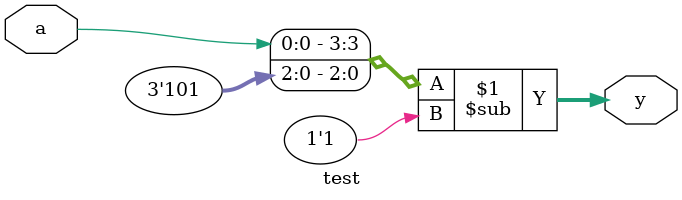
<source format=v>
module test(input a, output [3:0] y);
assign y = {a,3'b101} - 1'b1;
endmodule

</source>
